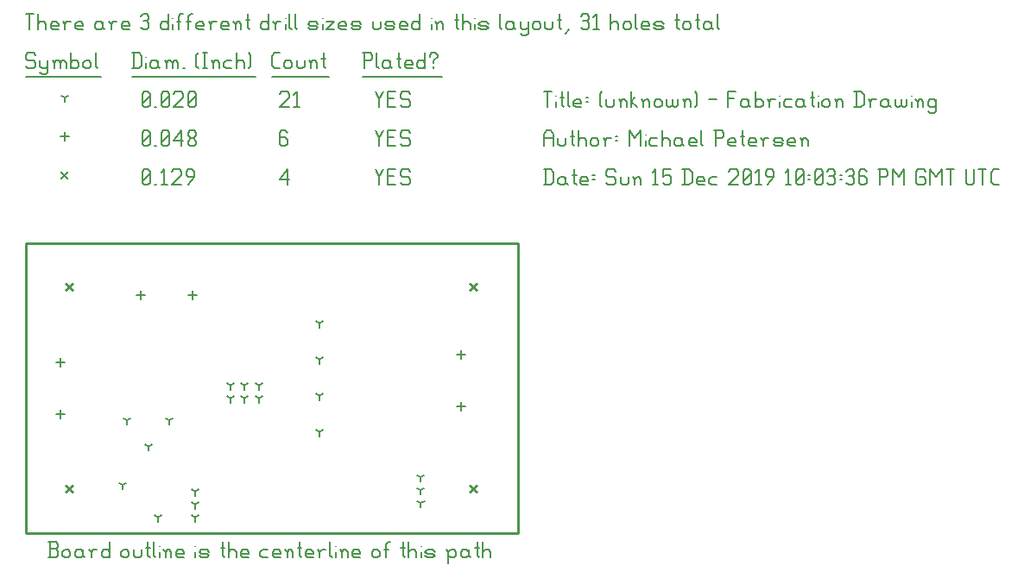
<source format=gbr>
G04 start of page 12 for group -3984 idx -3984 *
G04 Title: (unknown), fab *
G04 Creator: pcb 20140316 *
G04 CreationDate: Sun 15 Dec 2019 10:03:36 PM GMT UTC *
G04 For: railfan *
G04 Format: Gerber/RS-274X *
G04 PCB-Dimensions (mil): 1900.00 1120.00 *
G04 PCB-Coordinate-Origin: lower left *
%MOIN*%
%FSLAX25Y25*%
%LNFAB*%
%ADD66C,0.0100*%
%ADD65C,0.0075*%
%ADD64C,0.0060*%
%ADD63C,0.0001*%
G54D63*G36*
X15800Y18766D02*X18766Y15800D01*
X18200Y15234D01*
X15234Y18200D01*
X15800Y18766D01*
G37*
G36*
X15234Y15800D02*X18200Y18766D01*
X18766Y18200D01*
X15800Y15234D01*
X15234Y15800D01*
G37*
G36*
X15800Y96766D02*X18766Y93800D01*
X18200Y93234D01*
X15234Y96200D01*
X15800Y96766D01*
G37*
G36*
X15234Y93800D02*X18200Y96766D01*
X18766Y96200D01*
X15800Y93234D01*
X15234Y93800D01*
G37*
G36*
X171800Y96766D02*X174766Y93800D01*
X174200Y93234D01*
X171234Y96200D01*
X171800Y96766D01*
G37*
G36*
X171234Y93800D02*X174200Y96766D01*
X174766Y96200D01*
X171800Y93234D01*
X171234Y93800D01*
G37*
G36*
X171800Y18766D02*X174766Y15800D01*
X174200Y15234D01*
X171234Y18200D01*
X171800Y18766D01*
G37*
G36*
X171234Y15800D02*X174200Y18766D01*
X174766Y18200D01*
X171800Y15234D01*
X171234Y15800D01*
G37*
G36*
X13800Y140016D02*X16766Y137050D01*
X16200Y136484D01*
X13234Y139450D01*
X13800Y140016D01*
G37*
G36*
X13234Y137050D02*X16200Y140016D01*
X16766Y139450D01*
X13800Y136484D01*
X13234Y137050D01*
G37*
G54D64*X135000Y140500D02*X136500Y137500D01*
X138000Y140500D01*
X136500Y137500D02*Y134500D01*
X139800Y137800D02*X142050D01*
X139800Y134500D02*X142800D01*
X139800Y140500D02*Y134500D01*
Y140500D02*X142800D01*
X147600D02*X148350Y139750D01*
X145350Y140500D02*X147600D01*
X144600Y139750D02*X145350Y140500D01*
X144600Y139750D02*Y138250D01*
X145350Y137500D01*
X147600D01*
X148350Y136750D01*
Y135250D01*
X147600Y134500D02*X148350Y135250D01*
X145350Y134500D02*X147600D01*
X144600Y135250D02*X145350Y134500D01*
X98000Y136750D02*X101000Y140500D01*
X98000Y136750D02*X101750D01*
X101000Y140500D02*Y134500D01*
X45000Y135250D02*X45750Y134500D01*
X45000Y139750D02*Y135250D01*
Y139750D02*X45750Y140500D01*
X47250D01*
X48000Y139750D01*
Y135250D01*
X47250Y134500D02*X48000Y135250D01*
X45750Y134500D02*X47250D01*
X45000Y136000D02*X48000Y139000D01*
X49800Y134500D02*X50550D01*
X52350Y139300D02*X53550Y140500D01*
Y134500D01*
X52350D02*X54600D01*
X56400Y139750D02*X57150Y140500D01*
X59400D01*
X60150Y139750D01*
Y138250D01*
X56400Y134500D02*X60150Y138250D01*
X56400Y134500D02*X60150D01*
X62700D02*X64950Y137500D01*
Y139750D02*Y137500D01*
X64200Y140500D02*X64950Y139750D01*
X62700Y140500D02*X64200D01*
X61950Y139750D02*X62700Y140500D01*
X61950Y139750D02*Y138250D01*
X62700Y137500D01*
X64950D01*
X13500Y67600D02*Y64400D01*
X11900Y66000D02*X15100D01*
X13500Y47600D02*Y44400D01*
X11900Y46000D02*X15100D01*
X64500Y93600D02*Y90400D01*
X62900Y92000D02*X66100D01*
X44500Y93600D02*Y90400D01*
X42900Y92000D02*X46100D01*
X168000Y50600D02*Y47400D01*
X166400Y49000D02*X169600D01*
X168000Y70600D02*Y67400D01*
X166400Y69000D02*X169600D01*
X15000Y154850D02*Y151650D01*
X13400Y153250D02*X16600D01*
X135000Y155500D02*X136500Y152500D01*
X138000Y155500D01*
X136500Y152500D02*Y149500D01*
X139800Y152800D02*X142050D01*
X139800Y149500D02*X142800D01*
X139800Y155500D02*Y149500D01*
Y155500D02*X142800D01*
X147600D02*X148350Y154750D01*
X145350Y155500D02*X147600D01*
X144600Y154750D02*X145350Y155500D01*
X144600Y154750D02*Y153250D01*
X145350Y152500D01*
X147600D01*
X148350Y151750D01*
Y150250D01*
X147600Y149500D02*X148350Y150250D01*
X145350Y149500D02*X147600D01*
X144600Y150250D02*X145350Y149500D01*
X100250Y155500D02*X101000Y154750D01*
X98750Y155500D02*X100250D01*
X98000Y154750D02*X98750Y155500D01*
X98000Y154750D02*Y150250D01*
X98750Y149500D01*
X100250Y152800D02*X101000Y152050D01*
X98000Y152800D02*X100250D01*
X98750Y149500D02*X100250D01*
X101000Y150250D01*
Y152050D02*Y150250D01*
X45000D02*X45750Y149500D01*
X45000Y154750D02*Y150250D01*
Y154750D02*X45750Y155500D01*
X47250D01*
X48000Y154750D01*
Y150250D01*
X47250Y149500D02*X48000Y150250D01*
X45750Y149500D02*X47250D01*
X45000Y151000D02*X48000Y154000D01*
X49800Y149500D02*X50550D01*
X52350Y150250D02*X53100Y149500D01*
X52350Y154750D02*Y150250D01*
Y154750D02*X53100Y155500D01*
X54600D01*
X55350Y154750D01*
Y150250D01*
X54600Y149500D02*X55350Y150250D01*
X53100Y149500D02*X54600D01*
X52350Y151000D02*X55350Y154000D01*
X57150Y151750D02*X60150Y155500D01*
X57150Y151750D02*X60900D01*
X60150Y155500D02*Y149500D01*
X62700Y150250D02*X63450Y149500D01*
X62700Y151450D02*Y150250D01*
Y151450D02*X63750Y152500D01*
X64650D01*
X65700Y151450D01*
Y150250D01*
X64950Y149500D02*X65700Y150250D01*
X63450Y149500D02*X64950D01*
X62700Y153550D02*X63750Y152500D01*
X62700Y154750D02*Y153550D01*
Y154750D02*X63450Y155500D01*
X64950D01*
X65700Y154750D01*
Y153550D01*
X64650Y152500D02*X65700Y153550D01*
X55500Y43500D02*Y41900D01*
Y43500D02*X56887Y44300D01*
X55500Y43500D02*X54113Y44300D01*
X39000Y43500D02*Y41900D01*
Y43500D02*X40387Y44300D01*
X39000Y43500D02*X37613Y44300D01*
X79000Y57000D02*Y55400D01*
Y57000D02*X80387Y57800D01*
X79000Y57000D02*X77613Y57800D01*
X84500Y57000D02*Y55400D01*
Y57000D02*X85887Y57800D01*
X84500Y57000D02*X83113Y57800D01*
X90000Y57000D02*Y55400D01*
Y57000D02*X91387Y57800D01*
X90000Y57000D02*X88613Y57800D01*
X90000Y52000D02*Y50400D01*
Y52000D02*X91387Y52800D01*
X90000Y52000D02*X88613Y52800D01*
X84500Y52000D02*Y50400D01*
Y52000D02*X85887Y52800D01*
X84500Y52000D02*X83113Y52800D01*
X79000Y52000D02*Y50400D01*
Y52000D02*X80387Y52800D01*
X79000Y52000D02*X77613Y52800D01*
X113500Y67000D02*Y65400D01*
Y67000D02*X114887Y67800D01*
X113500Y67000D02*X112113Y67800D01*
X113500Y81000D02*Y79400D01*
Y81000D02*X114887Y81800D01*
X113500Y81000D02*X112113Y81800D01*
X113500Y53000D02*Y51400D01*
Y53000D02*X114887Y53800D01*
X113500Y53000D02*X112113Y53800D01*
X113500Y39000D02*Y37400D01*
Y39000D02*X114887Y39800D01*
X113500Y39000D02*X112113Y39800D01*
X37500Y18500D02*Y16900D01*
Y18500D02*X38887Y19300D01*
X37500Y18500D02*X36113Y19300D01*
X65500Y16000D02*Y14400D01*
Y16000D02*X66887Y16800D01*
X65500Y16000D02*X64113Y16800D01*
X65500Y11000D02*Y9400D01*
Y11000D02*X66887Y11800D01*
X65500Y11000D02*X64113Y11800D01*
X47400Y33400D02*Y31800D01*
Y33400D02*X48787Y34200D01*
X47400Y33400D02*X46013Y34200D01*
X51000Y6000D02*Y4400D01*
Y6000D02*X52387Y6800D01*
X51000Y6000D02*X49613Y6800D01*
X152543Y11543D02*Y9943D01*
Y11543D02*X153930Y12343D01*
X152543Y11543D02*X151156Y12343D01*
X152500Y16500D02*Y14900D01*
Y16500D02*X153887Y17300D01*
X152500Y16500D02*X151113Y17300D01*
X152500Y21500D02*Y19900D01*
Y21500D02*X153887Y22300D01*
X152500Y21500D02*X151113Y22300D01*
X65500Y6000D02*Y4400D01*
Y6000D02*X66887Y6800D01*
X65500Y6000D02*X64113Y6800D01*
X15000Y168250D02*Y166650D01*
Y168250D02*X16387Y169050D01*
X15000Y168250D02*X13613Y169050D01*
X135000Y170500D02*X136500Y167500D01*
X138000Y170500D01*
X136500Y167500D02*Y164500D01*
X139800Y167800D02*X142050D01*
X139800Y164500D02*X142800D01*
X139800Y170500D02*Y164500D01*
Y170500D02*X142800D01*
X147600D02*X148350Y169750D01*
X145350Y170500D02*X147600D01*
X144600Y169750D02*X145350Y170500D01*
X144600Y169750D02*Y168250D01*
X145350Y167500D01*
X147600D01*
X148350Y166750D01*
Y165250D01*
X147600Y164500D02*X148350Y165250D01*
X145350Y164500D02*X147600D01*
X144600Y165250D02*X145350Y164500D01*
X98000Y169750D02*X98750Y170500D01*
X101000D01*
X101750Y169750D01*
Y168250D01*
X98000Y164500D02*X101750Y168250D01*
X98000Y164500D02*X101750D01*
X103550Y169300D02*X104750Y170500D01*
Y164500D01*
X103550D02*X105800D01*
X45000Y165250D02*X45750Y164500D01*
X45000Y169750D02*Y165250D01*
Y169750D02*X45750Y170500D01*
X47250D01*
X48000Y169750D01*
Y165250D01*
X47250Y164500D02*X48000Y165250D01*
X45750Y164500D02*X47250D01*
X45000Y166000D02*X48000Y169000D01*
X49800Y164500D02*X50550D01*
X52350Y165250D02*X53100Y164500D01*
X52350Y169750D02*Y165250D01*
Y169750D02*X53100Y170500D01*
X54600D01*
X55350Y169750D01*
Y165250D01*
X54600Y164500D02*X55350Y165250D01*
X53100Y164500D02*X54600D01*
X52350Y166000D02*X55350Y169000D01*
X57150Y169750D02*X57900Y170500D01*
X60150D01*
X60900Y169750D01*
Y168250D01*
X57150Y164500D02*X60900Y168250D01*
X57150Y164500D02*X60900D01*
X62700Y165250D02*X63450Y164500D01*
X62700Y169750D02*Y165250D01*
Y169750D02*X63450Y170500D01*
X64950D01*
X65700Y169750D01*
Y165250D01*
X64950Y164500D02*X65700Y165250D01*
X63450Y164500D02*X64950D01*
X62700Y166000D02*X65700Y169000D01*
X3000Y185500D02*X3750Y184750D01*
X750Y185500D02*X3000D01*
X0Y184750D02*X750Y185500D01*
X0Y184750D02*Y183250D01*
X750Y182500D01*
X3000D01*
X3750Y181750D01*
Y180250D01*
X3000Y179500D02*X3750Y180250D01*
X750Y179500D02*X3000D01*
X0Y180250D02*X750Y179500D01*
X5550Y182500D02*Y180250D01*
X6300Y179500D01*
X8550Y182500D02*Y178000D01*
X7800Y177250D02*X8550Y178000D01*
X6300Y177250D02*X7800D01*
X5550Y178000D02*X6300Y177250D01*
Y179500D02*X7800D01*
X8550Y180250D01*
X11100Y181750D02*Y179500D01*
Y181750D02*X11850Y182500D01*
X12600D01*
X13350Y181750D01*
Y179500D01*
Y181750D02*X14100Y182500D01*
X14850D01*
X15600Y181750D01*
Y179500D01*
X10350Y182500D02*X11100Y181750D01*
X17400Y185500D02*Y179500D01*
Y180250D02*X18150Y179500D01*
X19650D01*
X20400Y180250D01*
Y181750D02*Y180250D01*
X19650Y182500D02*X20400Y181750D01*
X18150Y182500D02*X19650D01*
X17400Y181750D02*X18150Y182500D01*
X22200Y181750D02*Y180250D01*
Y181750D02*X22950Y182500D01*
X24450D01*
X25200Y181750D01*
Y180250D01*
X24450Y179500D02*X25200Y180250D01*
X22950Y179500D02*X24450D01*
X22200Y180250D02*X22950Y179500D01*
X27000Y185500D02*Y180250D01*
X27750Y179500D01*
X0Y176250D02*X29250D01*
X41750Y185500D02*Y179500D01*
X43700Y185500D02*X44750Y184450D01*
Y180550D01*
X43700Y179500D02*X44750Y180550D01*
X41000Y179500D02*X43700D01*
X41000Y185500D02*X43700D01*
G54D65*X46550Y184000D02*Y183850D01*
G54D64*Y181750D02*Y179500D01*
X50300Y182500D02*X51050Y181750D01*
X48800Y182500D02*X50300D01*
X48050Y181750D02*X48800Y182500D01*
X48050Y181750D02*Y180250D01*
X48800Y179500D01*
X51050Y182500D02*Y180250D01*
X51800Y179500D01*
X48800D02*X50300D01*
X51050Y180250D01*
X54350Y181750D02*Y179500D01*
Y181750D02*X55100Y182500D01*
X55850D01*
X56600Y181750D01*
Y179500D01*
Y181750D02*X57350Y182500D01*
X58100D01*
X58850Y181750D01*
Y179500D01*
X53600Y182500D02*X54350Y181750D01*
X60650Y179500D02*X61400D01*
X65900Y180250D02*X66650Y179500D01*
X65900Y184750D02*X66650Y185500D01*
X65900Y184750D02*Y180250D01*
X68450Y185500D02*X69950D01*
X69200D02*Y179500D01*
X68450D02*X69950D01*
X72500Y181750D02*Y179500D01*
Y181750D02*X73250Y182500D01*
X74000D01*
X74750Y181750D01*
Y179500D01*
X71750Y182500D02*X72500Y181750D01*
X77300Y182500D02*X79550D01*
X76550Y181750D02*X77300Y182500D01*
X76550Y181750D02*Y180250D01*
X77300Y179500D01*
X79550D01*
X81350Y185500D02*Y179500D01*
Y181750D02*X82100Y182500D01*
X83600D01*
X84350Y181750D01*
Y179500D01*
X86150Y185500D02*X86900Y184750D01*
Y180250D01*
X86150Y179500D02*X86900Y180250D01*
X41000Y176250D02*X88700D01*
X96050Y179500D02*X98000D01*
X95000Y180550D02*X96050Y179500D01*
X95000Y184450D02*Y180550D01*
Y184450D02*X96050Y185500D01*
X98000D01*
X99800Y181750D02*Y180250D01*
Y181750D02*X100550Y182500D01*
X102050D01*
X102800Y181750D01*
Y180250D01*
X102050Y179500D02*X102800Y180250D01*
X100550Y179500D02*X102050D01*
X99800Y180250D02*X100550Y179500D01*
X104600Y182500D02*Y180250D01*
X105350Y179500D01*
X106850D01*
X107600Y180250D01*
Y182500D02*Y180250D01*
X110150Y181750D02*Y179500D01*
Y181750D02*X110900Y182500D01*
X111650D01*
X112400Y181750D01*
Y179500D01*
X109400Y182500D02*X110150Y181750D01*
X114950Y185500D02*Y180250D01*
X115700Y179500D01*
X114200Y183250D02*X115700D01*
X95000Y176250D02*X117200D01*
X130750Y185500D02*Y179500D01*
X130000Y185500D02*X133000D01*
X133750Y184750D01*
Y183250D01*
X133000Y182500D02*X133750Y183250D01*
X130750Y182500D02*X133000D01*
X135550Y185500D02*Y180250D01*
X136300Y179500D01*
X140050Y182500D02*X140800Y181750D01*
X138550Y182500D02*X140050D01*
X137800Y181750D02*X138550Y182500D01*
X137800Y181750D02*Y180250D01*
X138550Y179500D01*
X140800Y182500D02*Y180250D01*
X141550Y179500D01*
X138550D02*X140050D01*
X140800Y180250D01*
X144100Y185500D02*Y180250D01*
X144850Y179500D01*
X143350Y183250D02*X144850D01*
X147100Y179500D02*X149350D01*
X146350Y180250D02*X147100Y179500D01*
X146350Y181750D02*Y180250D01*
Y181750D02*X147100Y182500D01*
X148600D01*
X149350Y181750D01*
X146350Y181000D02*X149350D01*
Y181750D02*Y181000D01*
X154150Y185500D02*Y179500D01*
X153400D02*X154150Y180250D01*
X151900Y179500D02*X153400D01*
X151150Y180250D02*X151900Y179500D01*
X151150Y181750D02*Y180250D01*
Y181750D02*X151900Y182500D01*
X153400D01*
X154150Y181750D01*
X157450Y182500D02*Y181750D01*
Y180250D02*Y179500D01*
X155950Y184750D02*Y184000D01*
Y184750D02*X156700Y185500D01*
X158200D01*
X158950Y184750D01*
Y184000D01*
X157450Y182500D02*X158950Y184000D01*
X130000Y176250D02*X160750D01*
X0Y200500D02*X3000D01*
X1500D02*Y194500D01*
X4800Y200500D02*Y194500D01*
Y196750D02*X5550Y197500D01*
X7050D01*
X7800Y196750D01*
Y194500D01*
X10350D02*X12600D01*
X9600Y195250D02*X10350Y194500D01*
X9600Y196750D02*Y195250D01*
Y196750D02*X10350Y197500D01*
X11850D01*
X12600Y196750D01*
X9600Y196000D02*X12600D01*
Y196750D02*Y196000D01*
X15150Y196750D02*Y194500D01*
Y196750D02*X15900Y197500D01*
X17400D01*
X14400D02*X15150Y196750D01*
X19950Y194500D02*X22200D01*
X19200Y195250D02*X19950Y194500D01*
X19200Y196750D02*Y195250D01*
Y196750D02*X19950Y197500D01*
X21450D01*
X22200Y196750D01*
X19200Y196000D02*X22200D01*
Y196750D02*Y196000D01*
X28950Y197500D02*X29700Y196750D01*
X27450Y197500D02*X28950D01*
X26700Y196750D02*X27450Y197500D01*
X26700Y196750D02*Y195250D01*
X27450Y194500D01*
X29700Y197500D02*Y195250D01*
X30450Y194500D01*
X27450D02*X28950D01*
X29700Y195250D01*
X33000Y196750D02*Y194500D01*
Y196750D02*X33750Y197500D01*
X35250D01*
X32250D02*X33000Y196750D01*
X37800Y194500D02*X40050D01*
X37050Y195250D02*X37800Y194500D01*
X37050Y196750D02*Y195250D01*
Y196750D02*X37800Y197500D01*
X39300D01*
X40050Y196750D01*
X37050Y196000D02*X40050D01*
Y196750D02*Y196000D01*
X44550Y199750D02*X45300Y200500D01*
X46800D01*
X47550Y199750D01*
X46800Y194500D02*X47550Y195250D01*
X45300Y194500D02*X46800D01*
X44550Y195250D02*X45300Y194500D01*
Y197800D02*X46800D01*
X47550Y199750D02*Y198550D01*
Y197050D02*Y195250D01*
Y197050D02*X46800Y197800D01*
X47550Y198550D02*X46800Y197800D01*
X55050Y200500D02*Y194500D01*
X54300D02*X55050Y195250D01*
X52800Y194500D02*X54300D01*
X52050Y195250D02*X52800Y194500D01*
X52050Y196750D02*Y195250D01*
Y196750D02*X52800Y197500D01*
X54300D01*
X55050Y196750D01*
G54D65*X56850Y199000D02*Y198850D01*
G54D64*Y196750D02*Y194500D01*
X59100Y199750D02*Y194500D01*
Y199750D02*X59850Y200500D01*
X60600D01*
X58350Y197500D02*X59850D01*
X62850Y199750D02*Y194500D01*
Y199750D02*X63600Y200500D01*
X64350D01*
X62100Y197500D02*X63600D01*
X66600Y194500D02*X68850D01*
X65850Y195250D02*X66600Y194500D01*
X65850Y196750D02*Y195250D01*
Y196750D02*X66600Y197500D01*
X68100D01*
X68850Y196750D01*
X65850Y196000D02*X68850D01*
Y196750D02*Y196000D01*
X71400Y196750D02*Y194500D01*
Y196750D02*X72150Y197500D01*
X73650D01*
X70650D02*X71400Y196750D01*
X76200Y194500D02*X78450D01*
X75450Y195250D02*X76200Y194500D01*
X75450Y196750D02*Y195250D01*
Y196750D02*X76200Y197500D01*
X77700D01*
X78450Y196750D01*
X75450Y196000D02*X78450D01*
Y196750D02*Y196000D01*
X81000Y196750D02*Y194500D01*
Y196750D02*X81750Y197500D01*
X82500D01*
X83250Y196750D01*
Y194500D01*
X80250Y197500D02*X81000Y196750D01*
X85800Y200500D02*Y195250D01*
X86550Y194500D01*
X85050Y198250D02*X86550D01*
X93750Y200500D02*Y194500D01*
X93000D02*X93750Y195250D01*
X91500Y194500D02*X93000D01*
X90750Y195250D02*X91500Y194500D01*
X90750Y196750D02*Y195250D01*
Y196750D02*X91500Y197500D01*
X93000D01*
X93750Y196750D01*
X96300D02*Y194500D01*
Y196750D02*X97050Y197500D01*
X98550D01*
X95550D02*X96300Y196750D01*
G54D65*X100350Y199000D02*Y198850D01*
G54D64*Y196750D02*Y194500D01*
X101850Y200500D02*Y195250D01*
X102600Y194500D01*
X104100Y200500D02*Y195250D01*
X104850Y194500D01*
X109800D02*X112050D01*
X112800Y195250D01*
X112050Y196000D02*X112800Y195250D01*
X109800Y196000D02*X112050D01*
X109050Y196750D02*X109800Y196000D01*
X109050Y196750D02*X109800Y197500D01*
X112050D01*
X112800Y196750D01*
X109050Y195250D02*X109800Y194500D01*
G54D65*X114600Y199000D02*Y198850D01*
G54D64*Y196750D02*Y194500D01*
X116100Y197500D02*X119100D01*
X116100Y194500D02*X119100Y197500D01*
X116100Y194500D02*X119100D01*
X121650D02*X123900D01*
X120900Y195250D02*X121650Y194500D01*
X120900Y196750D02*Y195250D01*
Y196750D02*X121650Y197500D01*
X123150D01*
X123900Y196750D01*
X120900Y196000D02*X123900D01*
Y196750D02*Y196000D01*
X126450Y194500D02*X128700D01*
X129450Y195250D01*
X128700Y196000D02*X129450Y195250D01*
X126450Y196000D02*X128700D01*
X125700Y196750D02*X126450Y196000D01*
X125700Y196750D02*X126450Y197500D01*
X128700D01*
X129450Y196750D01*
X125700Y195250D02*X126450Y194500D01*
X133950Y197500D02*Y195250D01*
X134700Y194500D01*
X136200D01*
X136950Y195250D01*
Y197500D02*Y195250D01*
X139500Y194500D02*X141750D01*
X142500Y195250D01*
X141750Y196000D02*X142500Y195250D01*
X139500Y196000D02*X141750D01*
X138750Y196750D02*X139500Y196000D01*
X138750Y196750D02*X139500Y197500D01*
X141750D01*
X142500Y196750D01*
X138750Y195250D02*X139500Y194500D01*
X145050D02*X147300D01*
X144300Y195250D02*X145050Y194500D01*
X144300Y196750D02*Y195250D01*
Y196750D02*X145050Y197500D01*
X146550D01*
X147300Y196750D01*
X144300Y196000D02*X147300D01*
Y196750D02*Y196000D01*
X152100Y200500D02*Y194500D01*
X151350D02*X152100Y195250D01*
X149850Y194500D02*X151350D01*
X149100Y195250D02*X149850Y194500D01*
X149100Y196750D02*Y195250D01*
Y196750D02*X149850Y197500D01*
X151350D01*
X152100Y196750D01*
G54D65*X156600Y199000D02*Y198850D01*
G54D64*Y196750D02*Y194500D01*
X158850Y196750D02*Y194500D01*
Y196750D02*X159600Y197500D01*
X160350D01*
X161100Y196750D01*
Y194500D01*
X158100Y197500D02*X158850Y196750D01*
X166350Y200500D02*Y195250D01*
X167100Y194500D01*
X165600Y198250D02*X167100D01*
X168600Y200500D02*Y194500D01*
Y196750D02*X169350Y197500D01*
X170850D01*
X171600Y196750D01*
Y194500D01*
G54D65*X173400Y199000D02*Y198850D01*
G54D64*Y196750D02*Y194500D01*
X175650D02*X177900D01*
X178650Y195250D01*
X177900Y196000D02*X178650Y195250D01*
X175650Y196000D02*X177900D01*
X174900Y196750D02*X175650Y196000D01*
X174900Y196750D02*X175650Y197500D01*
X177900D01*
X178650Y196750D01*
X174900Y195250D02*X175650Y194500D01*
X183150Y200500D02*Y195250D01*
X183900Y194500D01*
X187650Y197500D02*X188400Y196750D01*
X186150Y197500D02*X187650D01*
X185400Y196750D02*X186150Y197500D01*
X185400Y196750D02*Y195250D01*
X186150Y194500D01*
X188400Y197500D02*Y195250D01*
X189150Y194500D01*
X186150D02*X187650D01*
X188400Y195250D01*
X190950Y197500D02*Y195250D01*
X191700Y194500D01*
X193950Y197500D02*Y193000D01*
X193200Y192250D02*X193950Y193000D01*
X191700Y192250D02*X193200D01*
X190950Y193000D02*X191700Y192250D01*
Y194500D02*X193200D01*
X193950Y195250D01*
X195750Y196750D02*Y195250D01*
Y196750D02*X196500Y197500D01*
X198000D01*
X198750Y196750D01*
Y195250D01*
X198000Y194500D02*X198750Y195250D01*
X196500Y194500D02*X198000D01*
X195750Y195250D02*X196500Y194500D01*
X200550Y197500D02*Y195250D01*
X201300Y194500D01*
X202800D01*
X203550Y195250D01*
Y197500D02*Y195250D01*
X206100Y200500D02*Y195250D01*
X206850Y194500D01*
X205350Y198250D02*X206850D01*
X208350Y193000D02*X209850Y194500D01*
X214350Y199750D02*X215100Y200500D01*
X216600D01*
X217350Y199750D01*
X216600Y194500D02*X217350Y195250D01*
X215100Y194500D02*X216600D01*
X214350Y195250D02*X215100Y194500D01*
Y197800D02*X216600D01*
X217350Y199750D02*Y198550D01*
Y197050D02*Y195250D01*
Y197050D02*X216600Y197800D01*
X217350Y198550D02*X216600Y197800D01*
X219150Y199300D02*X220350Y200500D01*
Y194500D01*
X219150D02*X221400D01*
X225900Y200500D02*Y194500D01*
Y196750D02*X226650Y197500D01*
X228150D01*
X228900Y196750D01*
Y194500D01*
X230700Y196750D02*Y195250D01*
Y196750D02*X231450Y197500D01*
X232950D01*
X233700Y196750D01*
Y195250D01*
X232950Y194500D02*X233700Y195250D01*
X231450Y194500D02*X232950D01*
X230700Y195250D02*X231450Y194500D01*
X235500Y200500D02*Y195250D01*
X236250Y194500D01*
X238500D02*X240750D01*
X237750Y195250D02*X238500Y194500D01*
X237750Y196750D02*Y195250D01*
Y196750D02*X238500Y197500D01*
X240000D01*
X240750Y196750D01*
X237750Y196000D02*X240750D01*
Y196750D02*Y196000D01*
X243300Y194500D02*X245550D01*
X246300Y195250D01*
X245550Y196000D02*X246300Y195250D01*
X243300Y196000D02*X245550D01*
X242550Y196750D02*X243300Y196000D01*
X242550Y196750D02*X243300Y197500D01*
X245550D01*
X246300Y196750D01*
X242550Y195250D02*X243300Y194500D01*
X251550Y200500D02*Y195250D01*
X252300Y194500D01*
X250800Y198250D02*X252300D01*
X253800Y196750D02*Y195250D01*
Y196750D02*X254550Y197500D01*
X256050D01*
X256800Y196750D01*
Y195250D01*
X256050Y194500D02*X256800Y195250D01*
X254550Y194500D02*X256050D01*
X253800Y195250D02*X254550Y194500D01*
X259350Y200500D02*Y195250D01*
X260100Y194500D01*
X258600Y198250D02*X260100D01*
X263850Y197500D02*X264600Y196750D01*
X262350Y197500D02*X263850D01*
X261600Y196750D02*X262350Y197500D01*
X261600Y196750D02*Y195250D01*
X262350Y194500D01*
X264600Y197500D02*Y195250D01*
X265350Y194500D01*
X262350D02*X263850D01*
X264600Y195250D01*
X267150Y200500D02*Y195250D01*
X267900Y194500D01*
G54D66*X0Y112000D02*X190000D01*
Y0D01*
X0D01*
Y112000D01*
G54D64*X8675Y-9500D02*X11675D01*
X12425Y-8750D01*
Y-6950D02*Y-8750D01*
X11675Y-6200D02*X12425Y-6950D01*
X9425Y-6200D02*X11675D01*
X9425Y-3500D02*Y-9500D01*
X8675Y-3500D02*X11675D01*
X12425Y-4250D01*
Y-5450D01*
X11675Y-6200D02*X12425Y-5450D01*
X14225Y-7250D02*Y-8750D01*
Y-7250D02*X14975Y-6500D01*
X16475D01*
X17225Y-7250D01*
Y-8750D01*
X16475Y-9500D02*X17225Y-8750D01*
X14975Y-9500D02*X16475D01*
X14225Y-8750D02*X14975Y-9500D01*
X21275Y-6500D02*X22025Y-7250D01*
X19775Y-6500D02*X21275D01*
X19025Y-7250D02*X19775Y-6500D01*
X19025Y-7250D02*Y-8750D01*
X19775Y-9500D01*
X22025Y-6500D02*Y-8750D01*
X22775Y-9500D01*
X19775D02*X21275D01*
X22025Y-8750D01*
X25325Y-7250D02*Y-9500D01*
Y-7250D02*X26075Y-6500D01*
X27575D01*
X24575D02*X25325Y-7250D01*
X32375Y-3500D02*Y-9500D01*
X31625D02*X32375Y-8750D01*
X30125Y-9500D02*X31625D01*
X29375Y-8750D02*X30125Y-9500D01*
X29375Y-7250D02*Y-8750D01*
Y-7250D02*X30125Y-6500D01*
X31625D01*
X32375Y-7250D01*
X36875D02*Y-8750D01*
Y-7250D02*X37625Y-6500D01*
X39125D01*
X39875Y-7250D01*
Y-8750D01*
X39125Y-9500D02*X39875Y-8750D01*
X37625Y-9500D02*X39125D01*
X36875Y-8750D02*X37625Y-9500D01*
X41675Y-6500D02*Y-8750D01*
X42425Y-9500D01*
X43925D01*
X44675Y-8750D01*
Y-6500D02*Y-8750D01*
X47225Y-3500D02*Y-8750D01*
X47975Y-9500D01*
X46475Y-5750D02*X47975D01*
X49475Y-3500D02*Y-8750D01*
X50225Y-9500D01*
G54D65*X51725Y-5000D02*Y-5150D01*
G54D64*Y-7250D02*Y-9500D01*
X53975Y-7250D02*Y-9500D01*
Y-7250D02*X54725Y-6500D01*
X55475D01*
X56225Y-7250D01*
Y-9500D01*
X53225Y-6500D02*X53975Y-7250D01*
X58775Y-9500D02*X61025D01*
X58025Y-8750D02*X58775Y-9500D01*
X58025Y-7250D02*Y-8750D01*
Y-7250D02*X58775Y-6500D01*
X60275D01*
X61025Y-7250D01*
X58025Y-8000D02*X61025D01*
Y-7250D02*Y-8000D01*
G54D65*X65525Y-5000D02*Y-5150D01*
G54D64*Y-7250D02*Y-9500D01*
X67775D02*X70025D01*
X70775Y-8750D01*
X70025Y-8000D02*X70775Y-8750D01*
X67775Y-8000D02*X70025D01*
X67025Y-7250D02*X67775Y-8000D01*
X67025Y-7250D02*X67775Y-6500D01*
X70025D01*
X70775Y-7250D01*
X67025Y-8750D02*X67775Y-9500D01*
X76025Y-3500D02*Y-8750D01*
X76775Y-9500D01*
X75275Y-5750D02*X76775D01*
X78275Y-3500D02*Y-9500D01*
Y-7250D02*X79025Y-6500D01*
X80525D01*
X81275Y-7250D01*
Y-9500D01*
X83825D02*X86075D01*
X83075Y-8750D02*X83825Y-9500D01*
X83075Y-7250D02*Y-8750D01*
Y-7250D02*X83825Y-6500D01*
X85325D01*
X86075Y-7250D01*
X83075Y-8000D02*X86075D01*
Y-7250D02*Y-8000D01*
X91325Y-6500D02*X93575D01*
X90575Y-7250D02*X91325Y-6500D01*
X90575Y-7250D02*Y-8750D01*
X91325Y-9500D01*
X93575D01*
X96125D02*X98375D01*
X95375Y-8750D02*X96125Y-9500D01*
X95375Y-7250D02*Y-8750D01*
Y-7250D02*X96125Y-6500D01*
X97625D01*
X98375Y-7250D01*
X95375Y-8000D02*X98375D01*
Y-7250D02*Y-8000D01*
X100925Y-7250D02*Y-9500D01*
Y-7250D02*X101675Y-6500D01*
X102425D01*
X103175Y-7250D01*
Y-9500D01*
X100175Y-6500D02*X100925Y-7250D01*
X105725Y-3500D02*Y-8750D01*
X106475Y-9500D01*
X104975Y-5750D02*X106475D01*
X108725Y-9500D02*X110975D01*
X107975Y-8750D02*X108725Y-9500D01*
X107975Y-7250D02*Y-8750D01*
Y-7250D02*X108725Y-6500D01*
X110225D01*
X110975Y-7250D01*
X107975Y-8000D02*X110975D01*
Y-7250D02*Y-8000D01*
X113525Y-7250D02*Y-9500D01*
Y-7250D02*X114275Y-6500D01*
X115775D01*
X112775D02*X113525Y-7250D01*
X117575Y-3500D02*Y-8750D01*
X118325Y-9500D01*
G54D65*X119825Y-5000D02*Y-5150D01*
G54D64*Y-7250D02*Y-9500D01*
X122075Y-7250D02*Y-9500D01*
Y-7250D02*X122825Y-6500D01*
X123575D01*
X124325Y-7250D01*
Y-9500D01*
X121325Y-6500D02*X122075Y-7250D01*
X126875Y-9500D02*X129125D01*
X126125Y-8750D02*X126875Y-9500D01*
X126125Y-7250D02*Y-8750D01*
Y-7250D02*X126875Y-6500D01*
X128375D01*
X129125Y-7250D01*
X126125Y-8000D02*X129125D01*
Y-7250D02*Y-8000D01*
X133625Y-7250D02*Y-8750D01*
Y-7250D02*X134375Y-6500D01*
X135875D01*
X136625Y-7250D01*
Y-8750D01*
X135875Y-9500D02*X136625Y-8750D01*
X134375Y-9500D02*X135875D01*
X133625Y-8750D02*X134375Y-9500D01*
X139175Y-4250D02*Y-9500D01*
Y-4250D02*X139925Y-3500D01*
X140675D01*
X138425Y-6500D02*X139925D01*
X145625Y-3500D02*Y-8750D01*
X146375Y-9500D01*
X144875Y-5750D02*X146375D01*
X147875Y-3500D02*Y-9500D01*
Y-7250D02*X148625Y-6500D01*
X150125D01*
X150875Y-7250D01*
Y-9500D01*
G54D65*X152675Y-5000D02*Y-5150D01*
G54D64*Y-7250D02*Y-9500D01*
X154925D02*X157175D01*
X157925Y-8750D01*
X157175Y-8000D02*X157925Y-8750D01*
X154925Y-8000D02*X157175D01*
X154175Y-7250D02*X154925Y-8000D01*
X154175Y-7250D02*X154925Y-6500D01*
X157175D01*
X157925Y-7250D01*
X154175Y-8750D02*X154925Y-9500D01*
X163175Y-7250D02*Y-11750D01*
X162425Y-6500D02*X163175Y-7250D01*
X163925Y-6500D01*
X165425D01*
X166175Y-7250D01*
Y-8750D01*
X165425Y-9500D02*X166175Y-8750D01*
X163925Y-9500D02*X165425D01*
X163175Y-8750D02*X163925Y-9500D01*
X170225Y-6500D02*X170975Y-7250D01*
X168725Y-6500D02*X170225D01*
X167975Y-7250D02*X168725Y-6500D01*
X167975Y-7250D02*Y-8750D01*
X168725Y-9500D01*
X170975Y-6500D02*Y-8750D01*
X171725Y-9500D01*
X168725D02*X170225D01*
X170975Y-8750D01*
X174275Y-3500D02*Y-8750D01*
X175025Y-9500D01*
X173525Y-5750D02*X175025D01*
X176525Y-3500D02*Y-9500D01*
Y-7250D02*X177275Y-6500D01*
X178775D01*
X179525Y-7250D01*
Y-9500D01*
X200750Y140500D02*Y134500D01*
X202700Y140500D02*X203750Y139450D01*
Y135550D01*
X202700Y134500D02*X203750Y135550D01*
X200000Y134500D02*X202700D01*
X200000Y140500D02*X202700D01*
X207800Y137500D02*X208550Y136750D01*
X206300Y137500D02*X207800D01*
X205550Y136750D02*X206300Y137500D01*
X205550Y136750D02*Y135250D01*
X206300Y134500D01*
X208550Y137500D02*Y135250D01*
X209300Y134500D01*
X206300D02*X207800D01*
X208550Y135250D01*
X211850Y140500D02*Y135250D01*
X212600Y134500D01*
X211100Y138250D02*X212600D01*
X214850Y134500D02*X217100D01*
X214100Y135250D02*X214850Y134500D01*
X214100Y136750D02*Y135250D01*
Y136750D02*X214850Y137500D01*
X216350D01*
X217100Y136750D01*
X214100Y136000D02*X217100D01*
Y136750D02*Y136000D01*
X218900Y138250D02*X219650D01*
X218900Y136750D02*X219650D01*
X227150Y140500D02*X227900Y139750D01*
X224900Y140500D02*X227150D01*
X224150Y139750D02*X224900Y140500D01*
X224150Y139750D02*Y138250D01*
X224900Y137500D01*
X227150D01*
X227900Y136750D01*
Y135250D01*
X227150Y134500D02*X227900Y135250D01*
X224900Y134500D02*X227150D01*
X224150Y135250D02*X224900Y134500D01*
X229700Y137500D02*Y135250D01*
X230450Y134500D01*
X231950D01*
X232700Y135250D01*
Y137500D02*Y135250D01*
X235250Y136750D02*Y134500D01*
Y136750D02*X236000Y137500D01*
X236750D01*
X237500Y136750D01*
Y134500D01*
X234500Y137500D02*X235250Y136750D01*
X242000Y139300D02*X243200Y140500D01*
Y134500D01*
X242000D02*X244250D01*
X246050Y140500D02*X249050D01*
X246050D02*Y137500D01*
X246800Y138250D01*
X248300D01*
X249050Y137500D01*
Y135250D01*
X248300Y134500D02*X249050Y135250D01*
X246800Y134500D02*X248300D01*
X246050Y135250D02*X246800Y134500D01*
X254300Y140500D02*Y134500D01*
X256250Y140500D02*X257300Y139450D01*
Y135550D01*
X256250Y134500D02*X257300Y135550D01*
X253550Y134500D02*X256250D01*
X253550Y140500D02*X256250D01*
X259850Y134500D02*X262100D01*
X259100Y135250D02*X259850Y134500D01*
X259100Y136750D02*Y135250D01*
Y136750D02*X259850Y137500D01*
X261350D01*
X262100Y136750D01*
X259100Y136000D02*X262100D01*
Y136750D02*Y136000D01*
X264650Y137500D02*X266900D01*
X263900Y136750D02*X264650Y137500D01*
X263900Y136750D02*Y135250D01*
X264650Y134500D01*
X266900D01*
X271400Y139750D02*X272150Y140500D01*
X274400D01*
X275150Y139750D01*
Y138250D01*
X271400Y134500D02*X275150Y138250D01*
X271400Y134500D02*X275150D01*
X276950Y135250D02*X277700Y134500D01*
X276950Y139750D02*Y135250D01*
Y139750D02*X277700Y140500D01*
X279200D01*
X279950Y139750D01*
Y135250D01*
X279200Y134500D02*X279950Y135250D01*
X277700Y134500D02*X279200D01*
X276950Y136000D02*X279950Y139000D01*
X281750Y139300D02*X282950Y140500D01*
Y134500D01*
X281750D02*X284000D01*
X286550D02*X288800Y137500D01*
Y139750D02*Y137500D01*
X288050Y140500D02*X288800Y139750D01*
X286550Y140500D02*X288050D01*
X285800Y139750D02*X286550Y140500D01*
X285800Y139750D02*Y138250D01*
X286550Y137500D01*
X288800D01*
X293300Y139300D02*X294500Y140500D01*
Y134500D01*
X293300D02*X295550D01*
X297350Y135250D02*X298100Y134500D01*
X297350Y139750D02*Y135250D01*
Y139750D02*X298100Y140500D01*
X299600D01*
X300350Y139750D01*
Y135250D01*
X299600Y134500D02*X300350Y135250D01*
X298100Y134500D02*X299600D01*
X297350Y136000D02*X300350Y139000D01*
X302150Y138250D02*X302900D01*
X302150Y136750D02*X302900D01*
X304700Y135250D02*X305450Y134500D01*
X304700Y139750D02*Y135250D01*
Y139750D02*X305450Y140500D01*
X306950D01*
X307700Y139750D01*
Y135250D01*
X306950Y134500D02*X307700Y135250D01*
X305450Y134500D02*X306950D01*
X304700Y136000D02*X307700Y139000D01*
X309500Y139750D02*X310250Y140500D01*
X311750D01*
X312500Y139750D01*
X311750Y134500D02*X312500Y135250D01*
X310250Y134500D02*X311750D01*
X309500Y135250D02*X310250Y134500D01*
Y137800D02*X311750D01*
X312500Y139750D02*Y138550D01*
Y137050D02*Y135250D01*
Y137050D02*X311750Y137800D01*
X312500Y138550D02*X311750Y137800D01*
X314300Y138250D02*X315050D01*
X314300Y136750D02*X315050D01*
X316850Y139750D02*X317600Y140500D01*
X319100D01*
X319850Y139750D01*
X319100Y134500D02*X319850Y135250D01*
X317600Y134500D02*X319100D01*
X316850Y135250D02*X317600Y134500D01*
Y137800D02*X319100D01*
X319850Y139750D02*Y138550D01*
Y137050D02*Y135250D01*
Y137050D02*X319100Y137800D01*
X319850Y138550D02*X319100Y137800D01*
X323900Y140500D02*X324650Y139750D01*
X322400Y140500D02*X323900D01*
X321650Y139750D02*X322400Y140500D01*
X321650Y139750D02*Y135250D01*
X322400Y134500D01*
X323900Y137800D02*X324650Y137050D01*
X321650Y137800D02*X323900D01*
X322400Y134500D02*X323900D01*
X324650Y135250D01*
Y137050D02*Y135250D01*
X329900Y140500D02*Y134500D01*
X329150Y140500D02*X332150D01*
X332900Y139750D01*
Y138250D01*
X332150Y137500D02*X332900Y138250D01*
X329900Y137500D02*X332150D01*
X334700Y140500D02*Y134500D01*
Y140500D02*X336950Y137500D01*
X339200Y140500D01*
Y134500D01*
X346700Y140500D02*X347450Y139750D01*
X344450Y140500D02*X346700D01*
X343700Y139750D02*X344450Y140500D01*
X343700Y139750D02*Y135250D01*
X344450Y134500D01*
X346700D01*
X347450Y135250D01*
Y136750D02*Y135250D01*
X346700Y137500D02*X347450Y136750D01*
X345200Y137500D02*X346700D01*
X349250Y140500D02*Y134500D01*
Y140500D02*X351500Y137500D01*
X353750Y140500D01*
Y134500D01*
X355550Y140500D02*X358550D01*
X357050D02*Y134500D01*
X363050Y140500D02*Y135250D01*
X363800Y134500D01*
X365300D01*
X366050Y135250D01*
Y140500D02*Y135250D01*
X367850Y140500D02*X370850D01*
X369350D02*Y134500D01*
X373700D02*X375650D01*
X372650Y135550D02*X373700Y134500D01*
X372650Y139450D02*Y135550D01*
Y139450D02*X373700Y140500D01*
X375650D01*
X200000Y154000D02*Y149500D01*
Y154000D02*X201050Y155500D01*
X202700D01*
X203750Y154000D01*
Y149500D01*
X200000Y152500D02*X203750D01*
X205550D02*Y150250D01*
X206300Y149500D01*
X207800D01*
X208550Y150250D01*
Y152500D02*Y150250D01*
X211100Y155500D02*Y150250D01*
X211850Y149500D01*
X210350Y153250D02*X211850D01*
X213350Y155500D02*Y149500D01*
Y151750D02*X214100Y152500D01*
X215600D01*
X216350Y151750D01*
Y149500D01*
X218150Y151750D02*Y150250D01*
Y151750D02*X218900Y152500D01*
X220400D01*
X221150Y151750D01*
Y150250D01*
X220400Y149500D02*X221150Y150250D01*
X218900Y149500D02*X220400D01*
X218150Y150250D02*X218900Y149500D01*
X223700Y151750D02*Y149500D01*
Y151750D02*X224450Y152500D01*
X225950D01*
X222950D02*X223700Y151750D01*
X227750Y153250D02*X228500D01*
X227750Y151750D02*X228500D01*
X233000Y155500D02*Y149500D01*
Y155500D02*X235250Y152500D01*
X237500Y155500D01*
Y149500D01*
G54D65*X239300Y154000D02*Y153850D01*
G54D64*Y151750D02*Y149500D01*
X241550Y152500D02*X243800D01*
X240800Y151750D02*X241550Y152500D01*
X240800Y151750D02*Y150250D01*
X241550Y149500D01*
X243800D01*
X245600Y155500D02*Y149500D01*
Y151750D02*X246350Y152500D01*
X247850D01*
X248600Y151750D01*
Y149500D01*
X252650Y152500D02*X253400Y151750D01*
X251150Y152500D02*X252650D01*
X250400Y151750D02*X251150Y152500D01*
X250400Y151750D02*Y150250D01*
X251150Y149500D01*
X253400Y152500D02*Y150250D01*
X254150Y149500D01*
X251150D02*X252650D01*
X253400Y150250D01*
X256700Y149500D02*X258950D01*
X255950Y150250D02*X256700Y149500D01*
X255950Y151750D02*Y150250D01*
Y151750D02*X256700Y152500D01*
X258200D01*
X258950Y151750D01*
X255950Y151000D02*X258950D01*
Y151750D02*Y151000D01*
X260750Y155500D02*Y150250D01*
X261500Y149500D01*
X266450Y155500D02*Y149500D01*
X265700Y155500D02*X268700D01*
X269450Y154750D01*
Y153250D01*
X268700Y152500D02*X269450Y153250D01*
X266450Y152500D02*X268700D01*
X272000Y149500D02*X274250D01*
X271250Y150250D02*X272000Y149500D01*
X271250Y151750D02*Y150250D01*
Y151750D02*X272000Y152500D01*
X273500D01*
X274250Y151750D01*
X271250Y151000D02*X274250D01*
Y151750D02*Y151000D01*
X276800Y155500D02*Y150250D01*
X277550Y149500D01*
X276050Y153250D02*X277550D01*
X279800Y149500D02*X282050D01*
X279050Y150250D02*X279800Y149500D01*
X279050Y151750D02*Y150250D01*
Y151750D02*X279800Y152500D01*
X281300D01*
X282050Y151750D01*
X279050Y151000D02*X282050D01*
Y151750D02*Y151000D01*
X284600Y151750D02*Y149500D01*
Y151750D02*X285350Y152500D01*
X286850D01*
X283850D02*X284600Y151750D01*
X289400Y149500D02*X291650D01*
X292400Y150250D01*
X291650Y151000D02*X292400Y150250D01*
X289400Y151000D02*X291650D01*
X288650Y151750D02*X289400Y151000D01*
X288650Y151750D02*X289400Y152500D01*
X291650D01*
X292400Y151750D01*
X288650Y150250D02*X289400Y149500D01*
X294950D02*X297200D01*
X294200Y150250D02*X294950Y149500D01*
X294200Y151750D02*Y150250D01*
Y151750D02*X294950Y152500D01*
X296450D01*
X297200Y151750D01*
X294200Y151000D02*X297200D01*
Y151750D02*Y151000D01*
X299750Y151750D02*Y149500D01*
Y151750D02*X300500Y152500D01*
X301250D01*
X302000Y151750D01*
Y149500D01*
X299000Y152500D02*X299750Y151750D01*
X200000Y170500D02*X203000D01*
X201500D02*Y164500D01*
G54D65*X204800Y169000D02*Y168850D01*
G54D64*Y166750D02*Y164500D01*
X207050Y170500D02*Y165250D01*
X207800Y164500D01*
X206300Y168250D02*X207800D01*
X209300Y170500D02*Y165250D01*
X210050Y164500D01*
X212300D02*X214550D01*
X211550Y165250D02*X212300Y164500D01*
X211550Y166750D02*Y165250D01*
Y166750D02*X212300Y167500D01*
X213800D01*
X214550Y166750D01*
X211550Y166000D02*X214550D01*
Y166750D02*Y166000D01*
X216350Y168250D02*X217100D01*
X216350Y166750D02*X217100D01*
X221600Y165250D02*X222350Y164500D01*
X221600Y169750D02*X222350Y170500D01*
X221600Y169750D02*Y165250D01*
X224150Y167500D02*Y165250D01*
X224900Y164500D01*
X226400D01*
X227150Y165250D01*
Y167500D02*Y165250D01*
X229700Y166750D02*Y164500D01*
Y166750D02*X230450Y167500D01*
X231200D01*
X231950Y166750D01*
Y164500D01*
X228950Y167500D02*X229700Y166750D01*
X233750Y170500D02*Y164500D01*
Y166750D02*X236000Y164500D01*
X233750Y166750D02*X235250Y168250D01*
X238550Y166750D02*Y164500D01*
Y166750D02*X239300Y167500D01*
X240050D01*
X240800Y166750D01*
Y164500D01*
X237800Y167500D02*X238550Y166750D01*
X242600D02*Y165250D01*
Y166750D02*X243350Y167500D01*
X244850D01*
X245600Y166750D01*
Y165250D01*
X244850Y164500D02*X245600Y165250D01*
X243350Y164500D02*X244850D01*
X242600Y165250D02*X243350Y164500D01*
X247400Y167500D02*Y165250D01*
X248150Y164500D01*
X248900D01*
X249650Y165250D01*
Y167500D02*Y165250D01*
X250400Y164500D01*
X251150D01*
X251900Y165250D01*
Y167500D02*Y165250D01*
X254450Y166750D02*Y164500D01*
Y166750D02*X255200Y167500D01*
X255950D01*
X256700Y166750D01*
Y164500D01*
X253700Y167500D02*X254450Y166750D01*
X258500Y170500D02*X259250Y169750D01*
Y165250D01*
X258500Y164500D02*X259250Y165250D01*
X263750Y167500D02*X266750D01*
X271250Y170500D02*Y164500D01*
Y170500D02*X274250D01*
X271250Y167800D02*X273500D01*
X278300Y167500D02*X279050Y166750D01*
X276800Y167500D02*X278300D01*
X276050Y166750D02*X276800Y167500D01*
X276050Y166750D02*Y165250D01*
X276800Y164500D01*
X279050Y167500D02*Y165250D01*
X279800Y164500D01*
X276800D02*X278300D01*
X279050Y165250D01*
X281600Y170500D02*Y164500D01*
Y165250D02*X282350Y164500D01*
X283850D01*
X284600Y165250D01*
Y166750D02*Y165250D01*
X283850Y167500D02*X284600Y166750D01*
X282350Y167500D02*X283850D01*
X281600Y166750D02*X282350Y167500D01*
X287150Y166750D02*Y164500D01*
Y166750D02*X287900Y167500D01*
X289400D01*
X286400D02*X287150Y166750D01*
G54D65*X291200Y169000D02*Y168850D01*
G54D64*Y166750D02*Y164500D01*
X293450Y167500D02*X295700D01*
X292700Y166750D02*X293450Y167500D01*
X292700Y166750D02*Y165250D01*
X293450Y164500D01*
X295700D01*
X299750Y167500D02*X300500Y166750D01*
X298250Y167500D02*X299750D01*
X297500Y166750D02*X298250Y167500D01*
X297500Y166750D02*Y165250D01*
X298250Y164500D01*
X300500Y167500D02*Y165250D01*
X301250Y164500D01*
X298250D02*X299750D01*
X300500Y165250D01*
X303800Y170500D02*Y165250D01*
X304550Y164500D01*
X303050Y168250D02*X304550D01*
G54D65*X306050Y169000D02*Y168850D01*
G54D64*Y166750D02*Y164500D01*
X307550Y166750D02*Y165250D01*
Y166750D02*X308300Y167500D01*
X309800D01*
X310550Y166750D01*
Y165250D01*
X309800Y164500D02*X310550Y165250D01*
X308300Y164500D02*X309800D01*
X307550Y165250D02*X308300Y164500D01*
X313100Y166750D02*Y164500D01*
Y166750D02*X313850Y167500D01*
X314600D01*
X315350Y166750D01*
Y164500D01*
X312350Y167500D02*X313100Y166750D01*
X320600Y170500D02*Y164500D01*
X322550Y170500D02*X323600Y169450D01*
Y165550D01*
X322550Y164500D02*X323600Y165550D01*
X319850Y164500D02*X322550D01*
X319850Y170500D02*X322550D01*
X326150Y166750D02*Y164500D01*
Y166750D02*X326900Y167500D01*
X328400D01*
X325400D02*X326150Y166750D01*
X332450Y167500D02*X333200Y166750D01*
X330950Y167500D02*X332450D01*
X330200Y166750D02*X330950Y167500D01*
X330200Y166750D02*Y165250D01*
X330950Y164500D01*
X333200Y167500D02*Y165250D01*
X333950Y164500D01*
X330950D02*X332450D01*
X333200Y165250D01*
X335750Y167500D02*Y165250D01*
X336500Y164500D01*
X337250D01*
X338000Y165250D01*
Y167500D02*Y165250D01*
X338750Y164500D01*
X339500D01*
X340250Y165250D01*
Y167500D02*Y165250D01*
G54D65*X342050Y169000D02*Y168850D01*
G54D64*Y166750D02*Y164500D01*
X344300Y166750D02*Y164500D01*
Y166750D02*X345050Y167500D01*
X345800D01*
X346550Y166750D01*
Y164500D01*
X343550Y167500D02*X344300Y166750D01*
X350600Y167500D02*X351350Y166750D01*
X349100Y167500D02*X350600D01*
X348350Y166750D02*X349100Y167500D01*
X348350Y166750D02*Y165250D01*
X349100Y164500D01*
X350600D01*
X351350Y165250D01*
X348350Y163000D02*X349100Y162250D01*
X350600D01*
X351350Y163000D01*
Y167500D02*Y163000D01*
M02*

</source>
